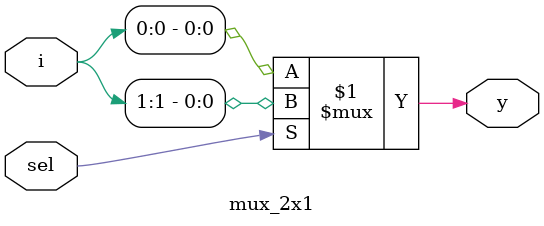
<source format=v>
`timescale 1ns / 1ps


module mux_4x1(
    input [3:0] i,
    input [1:0] sel,
    output y
    );
    
    wire [1:0]w;
    
    mux_2x1 mux1 (.i(i[1:0]), .sel(sel[0]), .y(w[0]));
    mux_2x1 mux2 (.i(i[3:2]), .sel(sel[0]), .y(w[1]));
    mux_2x1 mux3 (.i(w[1:0]), .sel(sel[1]), .y(y));
    
    
endmodule

module mux_2x1(
input [1:0]i,
input sel,
output y
);

assign y = sel ? i[1] : i[0];

endmodule
</source>
